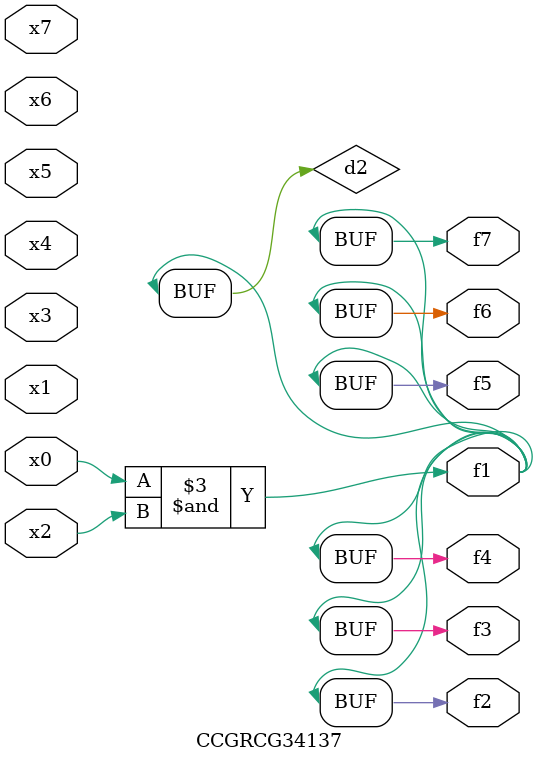
<source format=v>
module CCGRCG34137(
	input x0, x1, x2, x3, x4, x5, x6, x7,
	output f1, f2, f3, f4, f5, f6, f7
);

	wire d1, d2;

	nor (d1, x3, x6);
	and (d2, x0, x2);
	assign f1 = d2;
	assign f2 = d2;
	assign f3 = d2;
	assign f4 = d2;
	assign f5 = d2;
	assign f6 = d2;
	assign f7 = d2;
endmodule

</source>
